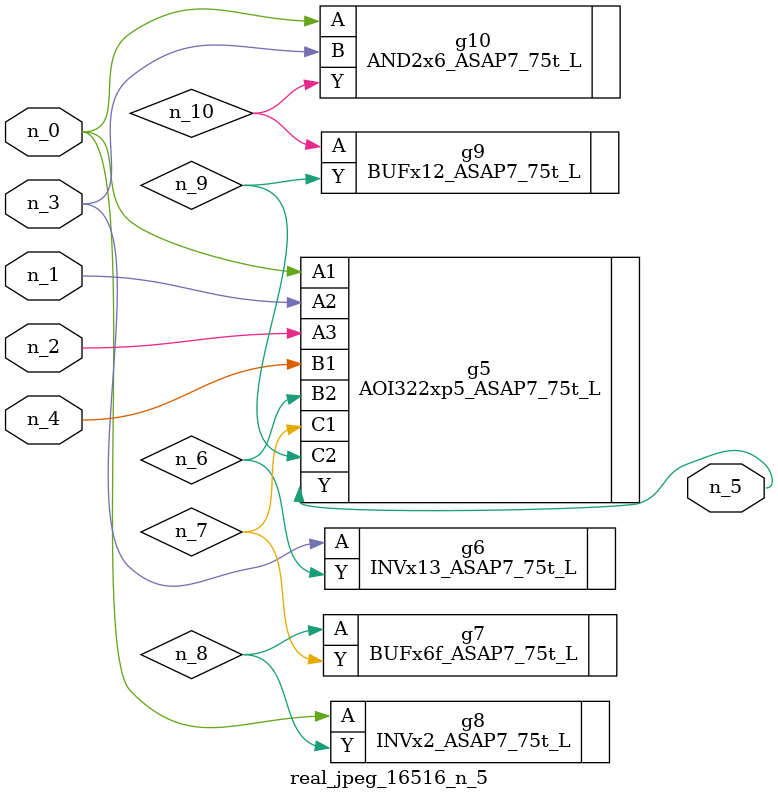
<source format=v>
module real_jpeg_16516_n_5 (n_4, n_0, n_1, n_2, n_3, n_5);

input n_4;
input n_0;
input n_1;
input n_2;
input n_3;

output n_5;

wire n_8;
wire n_6;
wire n_7;
wire n_10;
wire n_9;

AOI322xp5_ASAP7_75t_L g5 ( 
.A1(n_0),
.A2(n_1),
.A3(n_2),
.B1(n_4),
.B2(n_6),
.C1(n_7),
.C2(n_9),
.Y(n_5)
);

INVx2_ASAP7_75t_L g8 ( 
.A(n_0),
.Y(n_8)
);

AND2x6_ASAP7_75t_L g10 ( 
.A(n_0),
.B(n_3),
.Y(n_10)
);

INVx13_ASAP7_75t_L g6 ( 
.A(n_3),
.Y(n_6)
);

BUFx6f_ASAP7_75t_L g7 ( 
.A(n_8),
.Y(n_7)
);

BUFx12_ASAP7_75t_L g9 ( 
.A(n_10),
.Y(n_9)
);


endmodule
</source>
